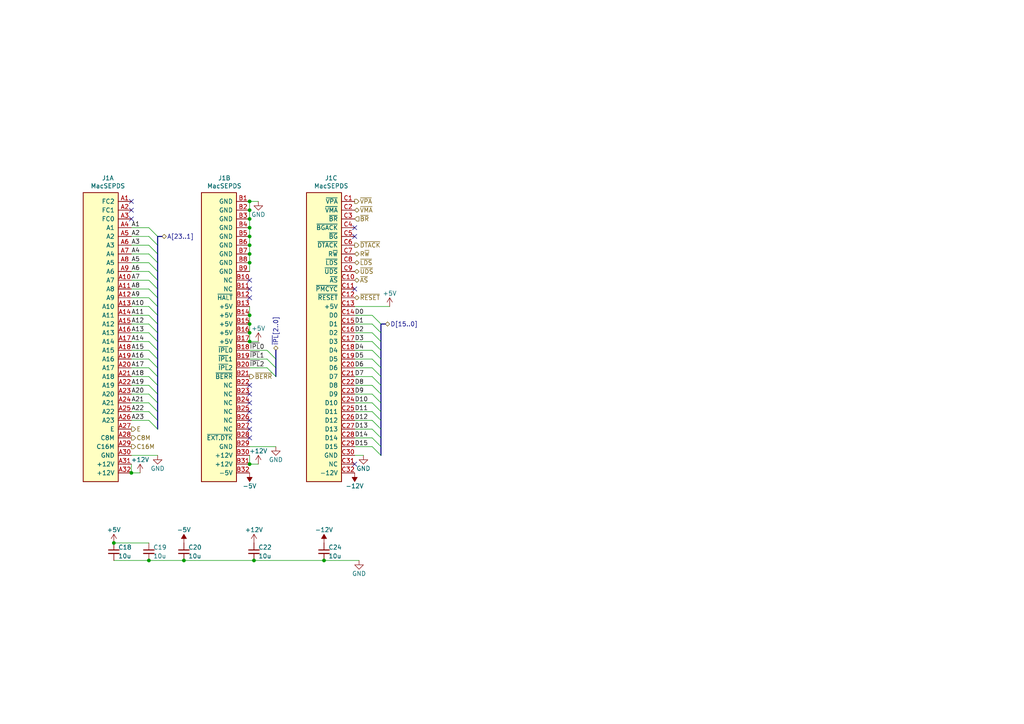
<source format=kicad_sch>
(kicad_sch (version 20230121) (generator eeschema)
  (paper "A4")
  (lib_symbols
    (symbol "Device:C_Small" (pin_numbers hide) (pin_names (offset 0.254) hide)
      (property "Reference" "C" (at 0.254 1.778 0))
      (property "Value" "C_Small" (at 0.254 -2.032 0))
      (symbol "C_Small_0_1"
        (polyline (pts (xy -1.524 -0.508) (xy 1.524 -0.508)) (stroke (width 0.3302)))
        (polyline (pts (xy -1.524 0.508) (xy 1.524 0.508)) (stroke (width 0.3048)))
      )
      (symbol "C_Small_1_1"
        (pin passive line (at 0 2.54 270) (length 2.032) (name "~") (number "1"))
        (pin passive line (at 0 -2.54 90) (length 2.032) (name "~") (number "2"))
      )
    )
    (symbol "GW_Connector:MacSEPDS" (pin_names (offset 1.016))
      (property "Reference" "J" (at 0 45.72 0))
      (property "Value" "MacSEPDS" (at 0 -40.64 0))
      (symbol "MacSEPDS_0_1"
        (rectangle (start 0 44.45) (end -10.16 -39.37) (stroke (width 0.254)) (fill (type background)))
      )
      (symbol "MacSEPDS_1_1"
        (pin unspecified line (at 3.81 41.91 180) (length 3.81) (name "FC2") (number "A1"))
        (pin unspecified line (at 3.81 19.05 180) (length 3.81) (name "A7") (number "A10"))
        (pin unspecified line (at 3.81 16.51 180) (length 3.81) (name "A8") (number "A11"))
        (pin unspecified line (at 3.81 13.97 180) (length 3.81) (name "A9") (number "A12"))
        (pin unspecified line (at 3.81 11.43 180) (length 3.81) (name "A10") (number "A13"))
        (pin unspecified line (at 3.81 8.89 180) (length 3.81) (name "A11") (number "A14"))
        (pin unspecified line (at 3.81 6.35 180) (length 3.81) (name "A12") (number "A15"))
        (pin unspecified line (at 3.81 3.81 180) (length 3.81) (name "A13") (number "A16"))
        (pin unspecified line (at 3.81 1.27 180) (length 3.81) (name "A14") (number "A17"))
        (pin unspecified line (at 3.81 -1.27 180) (length 3.81) (name "A15") (number "A18"))
        (pin unspecified line (at 3.81 -3.81 180) (length 3.81) (name "A16") (number "A19"))
        (pin unspecified line (at 3.81 39.37 180) (length 3.81) (name "FC1") (number "A2"))
        (pin unspecified line (at 3.81 -6.35 180) (length 3.81) (name "A17") (number "A20"))
        (pin unspecified line (at 3.81 -8.89 180) (length 3.81) (name "A18") (number "A21"))
        (pin unspecified line (at 3.81 -11.43 180) (length 3.81) (name "A19") (number "A22"))
        (pin unspecified line (at 3.81 -13.97 180) (length 3.81) (name "A20") (number "A23"))
        (pin unspecified line (at 3.81 -16.51 180) (length 3.81) (name "A21") (number "A24"))
        (pin unspecified line (at 3.81 -19.05 180) (length 3.81) (name "A22") (number "A25"))
        (pin unspecified line (at 3.81 -21.59 180) (length 3.81) (name "A23") (number "A26"))
        (pin unspecified line (at 3.81 -24.13 180) (length 3.81) (name "E") (number "A27"))
        (pin unspecified line (at 3.81 -26.67 180) (length 3.81) (name "C8M") (number "A28"))
        (pin unspecified line (at 3.81 -29.21 180) (length 3.81) (name "C16M") (number "A29"))
        (pin unspecified line (at 3.81 36.83 180) (length 3.81) (name "FC0") (number "A3"))
        (pin unspecified line (at 3.81 -31.75 180) (length 3.81) (name "GND") (number "A30"))
        (pin unspecified line (at 3.81 -34.29 180) (length 3.81) (name "+12V") (number "A31"))
        (pin unspecified line (at 3.81 -36.83 180) (length 3.81) (name "+12V") (number "A32"))
        (pin unspecified line (at 3.81 34.29 180) (length 3.81) (name "A1") (number "A4"))
        (pin unspecified line (at 3.81 31.75 180) (length 3.81) (name "A2") (number "A5"))
        (pin unspecified line (at 3.81 29.21 180) (length 3.81) (name "A3") (number "A6"))
        (pin unspecified line (at 3.81 26.67 180) (length 3.81) (name "A4") (number "A7"))
        (pin unspecified line (at 3.81 24.13 180) (length 3.81) (name "A5") (number "A8"))
        (pin unspecified line (at 3.81 21.59 180) (length 3.81) (name "A6") (number "A9"))
      )
      (symbol "MacSEPDS_2_1"
        (pin unspecified line (at 3.81 41.91 180) (length 3.81) (name "GND") (number "B1"))
        (pin unspecified line (at 3.81 19.05 180) (length 3.81) (name "NC") (number "B10"))
        (pin unspecified line (at 3.81 16.51 180) (length 3.81) (name "NC") (number "B11"))
        (pin unspecified line (at 3.81 13.97 180) (length 3.81) (name "~{HALT}") (number "B12"))
        (pin unspecified line (at 3.81 11.43 180) (length 3.81) (name "+5V") (number "B13"))
        (pin unspecified line (at 3.81 8.89 180) (length 3.81) (name "+5V") (number "B14"))
        (pin unspecified line (at 3.81 6.35 180) (length 3.81) (name "+5V") (number "B15"))
        (pin unspecified line (at 3.81 3.81 180) (length 3.81) (name "+5V") (number "B16"))
        (pin unspecified line (at 3.81 1.27 180) (length 3.81) (name "+5V") (number "B17"))
        (pin unspecified line (at 3.81 -1.27 180) (length 3.81) (name "~{IPL}0") (number "B18"))
        (pin unspecified line (at 3.81 -3.81 180) (length 3.81) (name "~{IPL}1") (number "B19"))
        (pin unspecified line (at 3.81 39.37 180) (length 3.81) (name "GND") (number "B2"))
        (pin unspecified line (at 3.81 -6.35 180) (length 3.81) (name "~{IPL}2") (number "B20"))
        (pin unspecified line (at 3.81 -8.89 180) (length 3.81) (name "~{BERR}") (number "B21"))
        (pin unspecified line (at 3.81 -11.43 180) (length 3.81) (name "NC") (number "B22"))
        (pin unspecified line (at 3.81 -13.97 180) (length 3.81) (name "NC") (number "B23"))
        (pin unspecified line (at 3.81 -16.51 180) (length 3.81) (name "NC") (number "B24"))
        (pin unspecified line (at 3.81 -19.05 180) (length 3.81) (name "NC") (number "B25"))
        (pin unspecified line (at 3.81 -21.59 180) (length 3.81) (name "NC") (number "B26"))
        (pin unspecified line (at 3.81 -24.13 180) (length 3.81) (name "NC") (number "B27"))
        (pin unspecified line (at 3.81 -26.67 180) (length 3.81) (name "~{EXT.DTK}") (number "B28"))
        (pin unspecified line (at 3.81 -29.21 180) (length 3.81) (name "GND") (number "B29"))
        (pin unspecified line (at 3.81 36.83 180) (length 3.81) (name "GND") (number "B3"))
        (pin unspecified line (at 3.81 -31.75 180) (length 3.81) (name "+12V") (number "B30"))
        (pin unspecified line (at 3.81 -34.29 180) (length 3.81) (name "+12V") (number "B31"))
        (pin unspecified line (at 3.81 -36.83 180) (length 3.81) (name "-5V") (number "B32"))
        (pin unspecified line (at 3.81 34.29 180) (length 3.81) (name "GND") (number "B4"))
        (pin unspecified line (at 3.81 31.75 180) (length 3.81) (name "GND") (number "B5"))
        (pin unspecified line (at 3.81 29.21 180) (length 3.81) (name "GND") (number "B6"))
        (pin unspecified line (at 3.81 26.67 180) (length 3.81) (name "GND") (number "B7"))
        (pin unspecified line (at 3.81 24.13 180) (length 3.81) (name "GND") (number "B8"))
        (pin unspecified line (at 3.81 21.59 180) (length 3.81) (name "GND") (number "B9"))
      )
      (symbol "MacSEPDS_3_1"
        (pin unspecified line (at 3.81 41.91 180) (length 3.81) (name "~{VPA}") (number "C1"))
        (pin unspecified line (at 3.81 19.05 180) (length 3.81) (name "~{AS}") (number "C10"))
        (pin unspecified line (at 3.81 16.51 180) (length 3.81) (name "~{PMCYC}") (number "C11"))
        (pin unspecified line (at 3.81 13.97 180) (length 3.81) (name "~{RESET}") (number "C12"))
        (pin unspecified line (at 3.81 11.43 180) (length 3.81) (name "+5V") (number "C13"))
        (pin unspecified line (at 3.81 8.89 180) (length 3.81) (name "D0") (number "C14"))
        (pin unspecified line (at 3.81 6.35 180) (length 3.81) (name "D1") (number "C15"))
        (pin unspecified line (at 3.81 3.81 180) (length 3.81) (name "D2") (number "C16"))
        (pin unspecified line (at 3.81 1.27 180) (length 3.81) (name "D3") (number "C17"))
        (pin unspecified line (at 3.81 -1.27 180) (length 3.81) (name "D4") (number "C18"))
        (pin unspecified line (at 3.81 -3.81 180) (length 3.81) (name "D5") (number "C19"))
        (pin unspecified line (at 3.81 39.37 180) (length 3.81) (name "~{VMA}") (number "C2"))
        (pin unspecified line (at 3.81 -6.35 180) (length 3.81) (name "D6") (number "C20"))
        (pin unspecified line (at 3.81 -8.89 180) (length 3.81) (name "D7") (number "C21"))
        (pin unspecified line (at 3.81 -11.43 180) (length 3.81) (name "D8") (number "C22"))
        (pin unspecified line (at 3.81 -13.97 180) (length 3.81) (name "D9") (number "C23"))
        (pin unspecified line (at 3.81 -16.51 180) (length 3.81) (name "D10") (number "C24"))
        (pin unspecified line (at 3.81 -19.05 180) (length 3.81) (name "D11") (number "C25"))
        (pin unspecified line (at 3.81 -21.59 180) (length 3.81) (name "D12") (number "C26"))
        (pin unspecified line (at 3.81 -24.13 180) (length 3.81) (name "D13") (number "C27"))
        (pin unspecified line (at 3.81 -26.67 180) (length 3.81) (name "D14") (number "C28"))
        (pin unspecified line (at 3.81 -29.21 180) (length 3.81) (name "D15") (number "C29"))
        (pin unspecified line (at 3.81 36.83 180) (length 3.81) (name "~{BR}") (number "C3"))
        (pin unspecified line (at 3.81 -31.75 180) (length 3.81) (name "GND") (number "C30"))
        (pin unspecified line (at 3.81 -34.29 180) (length 3.81) (name "NC") (number "C31"))
        (pin unspecified line (at 3.81 -36.83 180) (length 3.81) (name "-12V") (number "C32"))
        (pin unspecified line (at 3.81 34.29 180) (length 3.81) (name "~{BGACK}") (number "C4"))
        (pin unspecified line (at 3.81 31.75 180) (length 3.81) (name "~{BG}") (number "C5"))
        (pin unspecified line (at 3.81 29.21 180) (length 3.81) (name "~{DTACK}") (number "C6"))
        (pin unspecified line (at 3.81 26.67 180) (length 3.81) (name "R~{W}") (number "C7"))
        (pin unspecified line (at 3.81 24.13 180) (length 3.81) (name "~{LDS}") (number "C8"))
        (pin unspecified line (at 3.81 21.59 180) (length 3.81) (name "~{UDS}") (number "C9"))
      )
    )
    (symbol "power:+12V" (power) (pin_names (offset 0))
      (property "Value" "+12V" (at 0 3.556 0))
      (symbol "+12V_0_1"
        (polyline (pts (xy -0.762 1.27) (xy 0 2.54)))
        (polyline (pts (xy 0 0) (xy 0 2.54)))
        (polyline (pts (xy 0 2.54) (xy 0.762 1.27)))
      )
      (symbol "+12V_1_1"
        (pin power_in line (at 0 0 90) (length 0) hide (name "+12V") (number "1"))
      )
    )
    (symbol "power:+5V" (power) (pin_names (offset 0))
      (property "Value" "+5V" (at 0 3.556 0))
      (symbol "+5V_0_1"
        (polyline (pts (xy -0.762 1.27) (xy 0 2.54)))
        (polyline (pts (xy 0 0) (xy 0 2.54)))
        (polyline (pts (xy 0 2.54) (xy 0.762 1.27)))
      )
      (symbol "+5V_1_1"
        (pin power_in line (at 0 0 90) (length 0) hide (name "+5V") (number "1"))
      )
    )
    (symbol "power:-12V" (power) (pin_names (offset 0))
      (property "Value" "-12V" (at 0 3.81 0))
      (symbol "-12V_0_0"
        (pin power_in line (at 0 0 90) (length 0) hide (name "-12V") (number "1"))
      )
      (symbol "-12V_0_1"
        (polyline (pts (xy 0 0) (xy 0 1.27) (xy 0.762 1.27) (xy 0 2.54) (xy -0.762 1.27) (xy 0 1.27)) (fill (type outline)))
      )
    )
    (symbol "power:-5V" (power) (pin_names (offset 0))
      (property "Value" "-5V" (at 0 3.81 0))
      (symbol "-5V_0_0"
        (pin power_in line (at 0 0 90) (length 0) hide (name "-5V") (number "1"))
      )
      (symbol "-5V_0_1"
        (polyline (pts (xy 0 0) (xy 0 1.27) (xy 0.762 1.27) (xy 0 2.54) (xy -0.762 1.27) (xy 0 1.27)) (fill (type outline)))
      )
    )
    (symbol "power:GND" (power) (pin_names (offset 0))
      (property "Value" "GND" (at 0 -3.81 0))
      (symbol "GND_0_1"
        (polyline (pts (xy 0 0) (xy 0 -1.27) (xy 1.27 -1.27) (xy 0 -2.54) (xy -1.27 -1.27) (xy 0 -1.27)))
      )
      (symbol "GND_1_1"
        (pin power_in line (at 0 0 270) (length 0) hide (name "GND") (number "1"))
      )
    )
  )
  (junction (at 72.39 91.44))
  (junction (at 72.39 58.42))
  (junction (at 72.39 60.96))
  (junction (at 72.39 68.58))
  (junction (at 33.02 157.48))
  (junction (at 72.39 99.06))
  (junction (at 72.39 134.62))
  (junction (at 72.39 93.98))
  (junction (at 93.98 162.56))
  (junction (at 72.39 66.04))
  (junction (at 38.1 137.16))
  (junction (at 73.66 162.56))
  (junction (at 43.18 162.56))
  (junction (at 72.39 63.5))
  (junction (at 53.34 162.56))
  (junction (at 72.39 71.12))
  (junction (at 72.39 73.66))
  (junction (at 72.39 96.52))
  (junction (at 72.39 76.2))
  (no_connect (at 72.39 83.82))
  (no_connect (at 102.87 66.04))
  (no_connect (at 72.39 81.28))
  (no_connect (at 102.87 68.58))
  (no_connect (at 72.39 121.92))
  (no_connect (at 72.39 116.84))
  (no_connect (at 38.1 60.96))
  (no_connect (at 72.39 119.38))
  (no_connect (at 38.1 63.5))
  (no_connect (at 72.39 86.36))
  (no_connect (at 72.39 124.46))
  (no_connect (at 38.1 58.42))
  (no_connect (at 102.87 134.62))
  (no_connect (at 72.39 127))
  (no_connect (at 72.39 111.76))
  (no_connect (at 72.39 114.3))
  (no_connect (at 102.87 83.82))
  (bus_entry (at 43.18 73.66) (size 2.54 2.54))
  (bus_entry (at 77.47 101.6) (size 2.54 2.54))
  (bus_entry (at 107.95 121.92) (size 2.54 2.54))
  (bus_entry (at 77.47 104.14) (size 2.54 2.54))
  (bus_entry (at 107.95 91.44) (size 2.54 2.54))
  (bus_entry (at 107.95 119.38) (size 2.54 2.54))
  (bus_entry (at 107.95 114.3) (size 2.54 2.54))
  (bus_entry (at 43.18 68.58) (size 2.54 2.54))
  (bus_entry (at 43.18 99.06) (size 2.54 2.54))
  (bus_entry (at 107.95 111.76) (size 2.54 2.54))
  (bus_entry (at 107.95 129.54) (size 2.54 2.54))
  (bus_entry (at 43.18 76.2) (size 2.54 2.54))
  (bus_entry (at 43.18 111.76) (size 2.54 2.54))
  (bus_entry (at 43.18 83.82) (size 2.54 2.54))
  (bus_entry (at 43.18 121.92) (size 2.54 2.54))
  (bus_entry (at 107.95 127) (size 2.54 2.54))
  (bus_entry (at 43.18 78.74) (size 2.54 2.54))
  (bus_entry (at 43.18 66.04) (size 2.54 2.54))
  (bus_entry (at 43.18 91.44) (size 2.54 2.54))
  (bus_entry (at 107.95 101.6) (size 2.54 2.54))
  (bus_entry (at 43.18 114.3) (size 2.54 2.54))
  (bus_entry (at 43.18 81.28) (size 2.54 2.54))
  (bus_entry (at 43.18 71.12) (size 2.54 2.54))
  (bus_entry (at 107.95 99.06) (size 2.54 2.54))
  (bus_entry (at 107.95 93.98) (size 2.54 2.54))
  (bus_entry (at 43.18 116.84) (size 2.54 2.54))
  (bus_entry (at 107.95 106.68) (size 2.54 2.54))
  (bus_entry (at 43.18 101.6) (size 2.54 2.54))
  (bus_entry (at 43.18 104.14) (size 2.54 2.54))
  (bus_entry (at 43.18 109.22) (size 2.54 2.54))
  (bus_entry (at 107.95 96.52) (size 2.54 2.54))
  (bus_entry (at 43.18 93.98) (size 2.54 2.54))
  (bus_entry (at 107.95 109.22) (size 2.54 2.54))
  (bus_entry (at 107.95 124.46) (size 2.54 2.54))
  (bus_entry (at 43.18 86.36) (size 2.54 2.54))
  (bus_entry (at 107.95 116.84) (size 2.54 2.54))
  (bus_entry (at 77.47 106.68) (size 2.54 2.54))
  (bus_entry (at 43.18 96.52) (size 2.54 2.54))
  (bus_entry (at 107.95 104.14) (size 2.54 2.54))
  (bus_entry (at 43.18 119.38) (size 2.54 2.54))
  (bus_entry (at 43.18 106.68) (size 2.54 2.54))
  (bus_entry (at 43.18 88.9) (size 2.54 2.54))
  (wire (pts (xy 72.39 106.68) (xy 77.47 106.68)))
  (wire (pts (xy 72.39 68.58) (xy 72.39 66.04)))
  (wire (pts (xy 38.1 109.22) (xy 43.18 109.22)))
  (bus (pts (xy 80.01 101.6) (xy 80.01 104.14)))
  (bus (pts (xy 45.72 68.58) (xy 45.72 71.12)))
  (wire (pts (xy 102.87 116.84) (xy 107.95 116.84)))
  (bus (pts (xy 110.49 109.22) (xy 110.49 111.76)))
  (wire (pts (xy 40.64 137.16) (xy 38.1 137.16)))
  (bus (pts (xy 110.49 106.68) (xy 110.49 109.22)))
  (wire (pts (xy 102.87 99.06) (xy 107.95 99.06)))
  (bus (pts (xy 45.72 86.36) (xy 45.72 88.9)))
  (bus (pts (xy 45.72 121.92) (xy 45.72 124.46)))
  (wire (pts (xy 72.39 93.98) (xy 72.39 96.52)))
  (bus (pts (xy 45.72 111.76) (xy 45.72 114.3)))
  (bus (pts (xy 110.49 129.54) (xy 110.49 132.08)))
  (bus (pts (xy 45.72 71.12) (xy 45.72 73.66)))
  (wire (pts (xy 38.1 78.74) (xy 43.18 78.74)))
  (wire (pts (xy 72.39 66.04) (xy 72.39 63.5)))
  (bus (pts (xy 110.49 111.76) (xy 110.49 114.3)))
  (bus (pts (xy 45.72 76.2) (xy 45.72 78.74)))
  (wire (pts (xy 102.87 106.68) (xy 107.95 106.68)))
  (wire (pts (xy 72.39 60.96) (xy 72.39 58.42)))
  (wire (pts (xy 102.87 91.44) (xy 107.95 91.44)))
  (bus (pts (xy 110.49 114.3) (xy 110.49 116.84)))
  (wire (pts (xy 43.18 162.56) (xy 53.34 162.56)))
  (wire (pts (xy 38.1 106.68) (xy 43.18 106.68)))
  (bus (pts (xy 45.72 73.66) (xy 45.72 76.2)))
  (bus (pts (xy 45.72 114.3) (xy 45.72 116.84)))
  (bus (pts (xy 45.72 109.22) (xy 45.72 111.76)))
  (wire (pts (xy 33.02 157.48) (xy 43.18 157.48)))
  (wire (pts (xy 38.1 73.66) (xy 43.18 73.66)))
  (bus (pts (xy 45.72 96.52) (xy 45.72 99.06)))
  (wire (pts (xy 102.87 109.22) (xy 107.95 109.22)))
  (wire (pts (xy 102.87 93.98) (xy 107.95 93.98)))
  (bus (pts (xy 45.72 78.74) (xy 45.72 81.28)))
  (wire (pts (xy 38.1 114.3) (xy 43.18 114.3)))
  (wire (pts (xy 102.87 111.76) (xy 107.95 111.76)))
  (bus (pts (xy 45.72 101.6) (xy 45.72 104.14)))
  (wire (pts (xy 38.1 101.6) (xy 43.18 101.6)))
  (bus (pts (xy 45.72 68.58) (xy 46.99 68.58)))
  (wire (pts (xy 72.39 71.12) (xy 72.39 68.58)))
  (bus (pts (xy 80.01 109.22) (xy 80.01 106.68)))
  (wire (pts (xy 38.1 66.04) (xy 43.18 66.04)))
  (wire (pts (xy 38.1 121.92) (xy 43.18 121.92)))
  (wire (pts (xy 38.1 76.2) (xy 43.18 76.2)))
  (wire (pts (xy 45.72 132.08) (xy 38.1 132.08)))
  (bus (pts (xy 110.49 96.52) (xy 110.49 99.06)))
  (wire (pts (xy 72.39 78.74) (xy 72.39 76.2)))
  (wire (pts (xy 72.39 63.5) (xy 72.39 60.96)))
  (bus (pts (xy 110.49 99.06) (xy 110.49 101.6)))
  (bus (pts (xy 45.72 99.06) (xy 45.72 101.6)))
  (bus (pts (xy 45.72 119.38) (xy 45.72 121.92)))
  (wire (pts (xy 93.98 162.56) (xy 104.14 162.56)))
  (wire (pts (xy 102.87 88.9) (xy 113.03 88.9)))
  (wire (pts (xy 102.87 132.08) (xy 105.41 132.08)))
  (wire (pts (xy 102.87 124.46) (xy 107.95 124.46)))
  (wire (pts (xy 102.87 96.52) (xy 107.95 96.52)))
  (bus (pts (xy 110.49 119.38) (xy 110.49 121.92)))
  (wire (pts (xy 38.1 119.38) (xy 43.18 119.38)))
  (bus (pts (xy 110.49 127) (xy 110.49 129.54)))
  (wire (pts (xy 102.87 114.3) (xy 107.95 114.3)))
  (wire (pts (xy 102.87 101.6) (xy 107.95 101.6)))
  (bus (pts (xy 45.72 83.82) (xy 45.72 86.36)))
  (bus (pts (xy 110.49 104.14) (xy 110.49 106.68)))
  (wire (pts (xy 102.87 129.54) (xy 107.95 129.54)))
  (wire (pts (xy 72.39 132.08) (xy 72.39 134.62)))
  (wire (pts (xy 38.1 91.44) (xy 43.18 91.44)))
  (bus (pts (xy 45.72 93.98) (xy 45.72 96.52)))
  (wire (pts (xy 102.87 127) (xy 107.95 127)))
  (bus (pts (xy 110.49 124.46) (xy 110.49 127)))
  (wire (pts (xy 72.39 91.44) (xy 72.39 93.98)))
  (wire (pts (xy 38.1 116.84) (xy 43.18 116.84)))
  (wire (pts (xy 102.87 119.38) (xy 107.95 119.38)))
  (wire (pts (xy 38.1 81.28) (xy 43.18 81.28)))
  (wire (pts (xy 72.39 76.2) (xy 72.39 73.66)))
  (bus (pts (xy 45.72 88.9) (xy 45.72 91.44)))
  (wire (pts (xy 72.39 104.14) (xy 77.47 104.14)))
  (bus (pts (xy 110.49 93.98) (xy 111.76 93.98)))
  (wire (pts (xy 38.1 104.14) (xy 43.18 104.14)))
  (wire (pts (xy 72.39 101.6) (xy 77.47 101.6)))
  (wire (pts (xy 38.1 96.52) (xy 43.18 96.52)))
  (wire (pts (xy 38.1 111.76) (xy 43.18 111.76)))
  (bus (pts (xy 110.49 93.98) (xy 110.49 96.52)))
  (wire (pts (xy 72.39 73.66) (xy 72.39 71.12)))
  (wire (pts (xy 33.02 162.56) (xy 43.18 162.56)))
  (bus (pts (xy 45.72 104.14) (xy 45.72 106.68)))
  (wire (pts (xy 74.93 58.42) (xy 72.39 58.42)))
  (wire (pts (xy 38.1 86.36) (xy 43.18 86.36)))
  (bus (pts (xy 45.72 81.28) (xy 45.72 83.82)))
  (wire (pts (xy 38.1 68.58) (xy 43.18 68.58)))
  (wire (pts (xy 102.87 121.92) (xy 107.95 121.92)))
  (wire (pts (xy 80.01 129.54) (xy 72.39 129.54)))
  (bus (pts (xy 110.49 101.6) (xy 110.49 104.14)))
  (wire (pts (xy 72.39 96.52) (xy 72.39 99.06)))
  (wire (pts (xy 38.1 83.82) (xy 43.18 83.82)))
  (wire (pts (xy 38.1 93.98) (xy 43.18 93.98)))
  (wire (pts (xy 53.34 162.56) (xy 73.66 162.56)))
  (bus (pts (xy 110.49 116.84) (xy 110.49 119.38)))
  (wire (pts (xy 72.39 88.9) (xy 72.39 91.44)))
  (bus (pts (xy 45.72 106.68) (xy 45.72 109.22)))
  (wire (pts (xy 102.87 104.14) (xy 107.95 104.14)))
  (wire (pts (xy 38.1 71.12) (xy 43.18 71.12)))
  (bus (pts (xy 45.72 91.44) (xy 45.72 93.98)))
  (bus (pts (xy 80.01 104.14) (xy 80.01 106.68)))
  (bus (pts (xy 45.72 116.84) (xy 45.72 119.38)))
  (wire (pts (xy 74.93 99.06) (xy 72.39 99.06)))
  (wire (pts (xy 74.93 134.62) (xy 72.39 134.62)))
  (wire (pts (xy 38.1 88.9) (xy 43.18 88.9)))
  (wire (pts (xy 73.66 162.56) (xy 93.98 162.56)))
  (bus (pts (xy 110.49 121.92) (xy 110.49 124.46)))
  (wire (pts (xy 38.1 137.16) (xy 38.1 134.62)))
  (wire (pts (xy 38.1 99.06) (xy 43.18 99.06)))
  (label "A21" (at 38.1 116.84 0))
  (label "A3" (at 38.1 71.12 0))
  (label "D12" (at 102.87 121.92 0))
  (label "A11" (at 38.1 91.44 0))
  (label "D7" (at 102.87 109.22 0))
  (label "A15" (at 38.1 101.6 0))
  (label "A20" (at 38.1 114.3 0))
  (label "A16" (at 38.1 104.14 0))
  (label "D9" (at 102.87 114.3 0))
  (label "A23" (at 38.1 121.92 0))
  (label "A18" (at 38.1 109.22 0))
  (label "A7" (at 38.1 81.28 0))
  (label "D2" (at 102.87 96.52 0))
  (label "A4" (at 38.1 73.66 0))
  (label "A8" (at 38.1 83.82 0))
  (label "A22" (at 38.1 119.38 0))
  (label "D6" (at 102.87 106.68 0))
  (label "A17" (at 38.1 106.68 0))
  (label "~{IPL}1" (at 72.39 104.14 0))
  (label "D5" (at 102.87 104.14 0))
  (label "A14" (at 38.1 99.06 0))
  (label "D1" (at 102.87 93.98 0))
  (label "D15" (at 102.87 129.54 0))
  (label "A5" (at 38.1 76.2 0))
  (label "D0" (at 102.87 91.44 0))
  (label "A6" (at 38.1 78.74 0))
  (label "A10" (at 38.1 88.9 0))
  (label "D14" (at 102.87 127 0))
  (label "A9" (at 38.1 86.36 0))
  (label "~{IPL}0" (at 72.39 101.6 0))
  (label "D8" (at 102.87 111.76 0))
  (label "A13" (at 38.1 96.52 0))
  (label "D3" (at 102.87 99.06 0))
  (label "~{IPL}2" (at 72.39 106.68 0))
  (label "D4" (at 102.87 101.6 0))
  (label "D10" (at 102.87 116.84 0))
  (label "A1" (at 38.1 66.04 0))
  (label "A12" (at 38.1 93.98 0))
  (label "D13" (at 102.87 124.46 0))
  (label "A19" (at 38.1 111.76 0))
  (label "D11" (at 102.87 119.38 0))
  (label "A2" (at 38.1 68.58 0))
  (hierarchical_label "E" (shape output) (at 38.1 124.46 0))
  (hierarchical_label "C8M" (shape output) (at 38.1 127 0))
  (hierarchical_label "R~{W}" (shape bidirectional) (at 102.87 73.66 0))
  (hierarchical_label "~{AS}" (shape bidirectional) (at 102.87 81.28 0))
  (hierarchical_label "~{VMA}" (shape bidirectional) (at 102.87 60.96 0))
  (hierarchical_label "~{UDS}" (shape bidirectional) (at 102.87 78.74 0))
  (hierarchical_label "~{IPL}[2..0]" (shape bidirectional) (at 80.01 101.6 90))
  (hierarchical_label "~{RESET}" (shape bidirectional) (at 102.87 86.36 0))
  (hierarchical_label "A[23..1]" (shape bidirectional) (at 46.99 68.58 0))
  (hierarchical_label "C16M" (shape output) (at 38.1 129.54 0))
  (hierarchical_label "D[15..0]" (shape bidirectional) (at 111.76 93.98 0))
  (hierarchical_label "~{BERR}" (shape output) (at 72.39 109.22 0))
  (hierarchical_label "~{DTACK}" (shape output) (at 102.87 71.12 0))
  (hierarchical_label "~{VPA}" (shape output) (at 102.87 58.42 0))
  (hierarchical_label "~{LDS}" (shape bidirectional) (at 102.87 76.2 0))
  (hierarchical_label "~{BR}" (shape input) (at 102.87 63.5 0))
  (symbol (lib_id "GW_Connector:MacSEPDS") (at 34.29 100.33 0) (unit 1)
    (property "Reference" "J1" (at 31.2928 51.6382 0))
    (property "Value" "MacSEPDS" (at 31.2928 53.9496 0))
    (property "Footprint" "stdpads:DIN41612_R_3x32_Male_Vertical_THT" (effects hide))
  )
  (symbol (lib_id "GW_Connector:MacSEPDS") (at 68.58 100.33 0) (unit 2)
    (property "Reference" "J1" (at 65.0748 51.6382 0))
    (property "Value" "MacSEPDS" (at 65.0748 53.9496 0))
    (property "Footprint" "stdpads:DIN41612_R_3x32_Male_Vertical_THT" (effects hide))
  )
  (symbol (lib_id "GW_Connector:MacSEPDS") (at 99.06 100.33 0) (unit 3)
    (property "Reference" "J1" (at 96.0628 51.6382 0))
    (property "Value" "MacSEPDS" (at 96.0628 53.9496 0))
    (property "Footprint" "stdpads:DIN41612_R_3x32_Male_Vertical_THT" (effects hide))
  )
  (symbol (lib_id "power:+5V") (at 74.93 99.06 0) (unit 1)
    (property "Reference" "#PWR0143" (effects hide))
    (property "Value" "+5V" (at 74.93 95.25 0))
  )
  (symbol (lib_id "power:GND") (at 74.93 58.42 0) (unit 1)
    (property "Reference" "#PWR0144" (effects hide))
    (property "Value" "GND" (at 74.93 62.23 0))
  )
  (symbol (lib_id "power:GND") (at 105.41 132.08 0) (unit 1)
    (property "Reference" "#PWR0146" (effects hide))
    (property "Value" "GND" (at 105.41 135.89 0))
  )
  (symbol (lib_id "power:GND") (at 45.72 132.08 0) (unit 1)
    (property "Reference" "#PWR0147" (effects hide))
    (property "Value" "GND" (at 45.72 135.89 0))
  )
  (symbol (lib_id "power:+5V") (at 113.03 88.9 0) (unit 1)
    (property "Reference" "#PWR0148" (effects hide))
    (property "Value" "+5V" (at 113.03 85.09 0))
  )
  (symbol (lib_id "power:GND") (at 80.01 129.54 0) (unit 1)
    (property "Reference" "#PWR0149" (effects hide))
    (property "Value" "GND" (at 80.01 133.35 0))
  )
  (symbol (lib_id "Device:C_Small") (at 53.34 160.02 0) (unit 1)
    (property "Reference" "C20" (at 54.61 158.75 0) (effects (justify left)))
    (property "Value" "10u" (at 54.61 161.29 0) (effects (justify left)))
    (property "Footprint" "stdpads:C_0805" (effects hide))
    (property "LCSC Part" "C15850" (effects hide))
  )
  (symbol (lib_id "Device:C_Small") (at 43.18 160.02 0) (unit 1)
    (property "Reference" "C19" (at 44.45 158.75 0) (effects (justify left)))
    (property "Value" "10u" (at 44.45 161.29 0) (effects (justify left)))
    (property "Footprint" "stdpads:C_0805" (effects hide))
    (property "LCSC Part" "C15850" (effects hide))
  )
  (symbol (lib_id "Device:C_Small") (at 73.66 160.02 0) (unit 1)
    (property "Reference" "C22" (at 74.93 158.75 0) (effects (justify left)))
    (property "Value" "10u" (at 74.93 161.29 0) (effects (justify left)))
    (property "Footprint" "stdpads:C_0805" (effects hide))
    (property "LCSC Part" "C15850" (effects hide))
  )
  (symbol (lib_id "Device:C_Small") (at 33.02 160.02 0) (unit 1)
    (property "Reference" "C18" (at 34.29 158.75 0) (effects (justify left)))
    (property "Value" "10u" (at 34.29 161.29 0) (effects (justify left)))
    (property "Footprint" "stdpads:C_0805" (effects hide))
    (property "LCSC Part" "C15850" (effects hide))
  )
  (symbol (lib_id "power:+5V") (at 33.02 157.48 0) (unit 1)
    (property "Reference" "#PWR0151" (effects hide))
    (property "Value" "+5V" (at 33.02 153.67 0))
  )
  (symbol (lib_id "power:+12V") (at 73.66 157.48 0) (unit 1)
    (property "Reference" "#PWR0155" (effects hide))
    (property "Value" "+12V" (at 73.66 153.67 0))
  )
  (symbol (lib_id "power:-12V") (at 93.98 157.48 0) (unit 1)
    (property "Reference" "#PWR0152" (effects hide))
    (property "Value" "-12V" (at 93.98 153.67 0))
  )
  (symbol (lib_id "power:GND") (at 104.14 162.56 0) (mirror y) (unit 1)
    (property "Reference" "#PWR0153" (effects hide))
    (property "Value" "GND" (at 104.14 166.37 0))
  )
  (symbol (lib_id "Device:C_Small") (at 93.98 160.02 0) (unit 1)
    (property "Reference" "C24" (at 95.25 158.75 0) (effects (justify left)))
    (property "Value" "10u" (at 95.25 161.29 0) (effects (justify left)))
    (property "Footprint" "stdpads:C_0805" (effects hide))
    (property "LCSC Part" "C15850" (effects hide))
  )
  (symbol (lib_id "power:-5V") (at 53.34 157.48 0) (unit 1)
    (property "Reference" "#PWR0154" (effects hide))
    (property "Value" "-5V" (at 53.34 153.67 0))
  )
  (symbol (lib_id "power:-5V") (at 72.39 137.16 180) (unit 1)
    (property "Reference" "#PWR0109" (effects hide))
    (property "Value" "-5V" (at 72.39 140.97 0))
  )
  (symbol (lib_id "power:+12V") (at 40.64 137.16 0) (unit 1)
    (property "Reference" "#PWR0110" (effects hide))
    (property "Value" "+12V" (at 40.64 133.35 0))
  )
  (symbol (lib_id "power:+12V") (at 74.93 134.62 0) (unit 1)
    (property "Reference" "#PWR0111" (effects hide))
    (property "Value" "+12V" (at 74.93 130.81 0))
  )
  (symbol (lib_id "power:-12V") (at 102.87 137.16 180) (unit 1)
    (property "Reference" "#PWR0112" (effects hide))
    (property "Value" "-12V" (at 102.87 140.97 0))
  )
)
</source>
